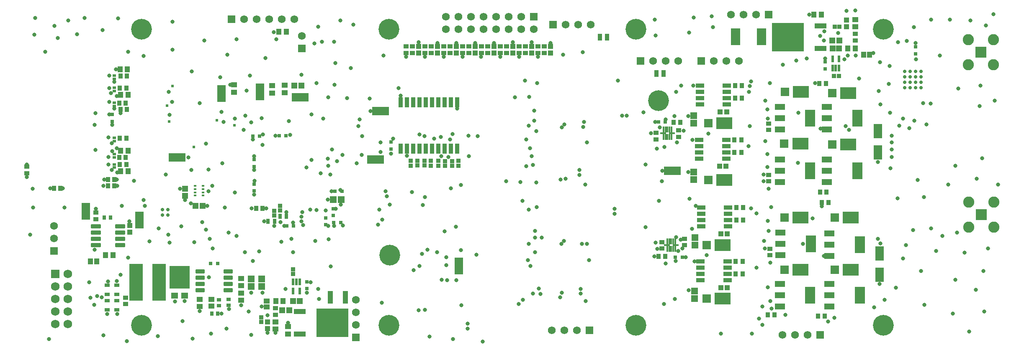
<source format=gbs>
G04*
G04 #@! TF.GenerationSoftware,Altium Limited,Altium Designer,21.2.2 (38)*
G04*
G04 Layer_Color=16711935*
%FSLAX25Y25*%
%MOIN*%
G70*
G04*
G04 #@! TF.SameCoordinates,5E26766D-3DBA-4CA4-B54A-4570E1BC07D3*
G04*
G04*
G04 #@! TF.FilePolarity,Negative*
G04*
G01*
G75*
%ADD19R,0.07008X0.13504*%
%ADD20R,0.04540X0.03950*%
%ADD21R,0.04540X0.04934*%
%ADD23R,0.13504X0.07008*%
%ADD24R,0.03359X0.03556*%
%ADD25R,0.03556X0.03359*%
%ADD28R,0.04147X0.03753*%
%ADD30R,0.03753X0.04147*%
%ADD32R,0.02756X0.02756*%
%ADD33R,0.08280X0.04540*%
%ADD34R,0.08280X0.13595*%
%ADD36R,0.03162X0.03950*%
%ADD37R,0.03950X0.04540*%
%ADD42R,0.02756X0.02559*%
%ADD46R,0.06804X0.03359*%
%ADD47R,0.13005X0.09461*%
%ADD48R,0.07099X0.11824*%
%ADD49R,0.06706X0.06784*%
%ADD50R,0.05733X0.05426*%
%ADD51R,0.04343X0.04147*%
%ADD52R,0.04934X0.04343*%
%ADD53R,0.02375X0.05524*%
%ADD54R,0.09658X0.04343*%
%ADD55R,0.05131X0.05131*%
%ADD56R,0.03950X0.04737*%
%ADD57R,0.03556X0.04343*%
%ADD58R,0.01587X0.04540*%
%ADD59R,0.25603X0.22650*%
%ADD60R,0.07808X0.13202*%
%ADD61R,0.04147X0.04343*%
%ADD62R,0.04540X0.01587*%
%ADD64R,0.03740X0.05315*%
%ADD65R,0.03543X0.02953*%
%ADD72R,0.02953X0.03543*%
%ADD82R,0.02756X0.02756*%
%ADD85R,0.04934X0.04540*%
%ADD91R,0.06194X0.06194*%
%ADD92C,0.06194*%
%ADD93C,0.06902*%
%ADD94R,0.06902X0.06902*%
%ADD95C,0.08871*%
%ADD96R,0.08871X0.08871*%
%ADD97C,0.16548*%
%ADD98R,0.06194X0.06194*%
%ADD99C,0.03162*%
%ADD100C,0.02375*%
%ADD101C,0.02769*%
%ADD180R,0.16339X0.18307*%
%ADD181R,0.01968X0.01378*%
%ADD185R,0.03937X0.09843*%
%ADD187R,0.05709X0.04528*%
%ADD188R,0.04134X0.03150*%
%ADD189R,0.05426X0.05733*%
%ADD190R,0.04147X0.03556*%
G04:AMPARAMS|DCode=191|XSize=33.59mil|YSize=72.96mil|CornerRadius=5.92mil|HoleSize=0mil|Usage=FLASHONLY|Rotation=90.000|XOffset=0mil|YOffset=0mil|HoleType=Round|Shape=RoundedRectangle|*
%AMROUNDEDRECTD191*
21,1,0.03359,0.06112,0,0,90.0*
21,1,0.02175,0.07296,0,0,90.0*
1,1,0.01184,0.03056,0.01088*
1,1,0.01184,0.03056,-0.01088*
1,1,0.01184,-0.03056,-0.01088*
1,1,0.01184,-0.03056,0.01088*
%
%ADD191ROUNDEDRECTD191*%
%ADD192R,0.04343X0.04934*%
G04:AMPARAMS|DCode=193|XSize=82.8mil|YSize=31.62mil|CornerRadius=6.95mil|HoleSize=0mil|Usage=FLASHONLY|Rotation=180.000|XOffset=0mil|YOffset=0mil|HoleType=Round|Shape=RoundedRectangle|*
%AMROUNDEDRECTD193*
21,1,0.08280,0.01772,0,0,180.0*
21,1,0.06890,0.03162,0,0,180.0*
1,1,0.01391,-0.03445,0.00886*
1,1,0.01391,0.03445,0.00886*
1,1,0.01391,0.03445,-0.00886*
1,1,0.01391,-0.03445,-0.00886*
%
%ADD193ROUNDEDRECTD193*%
%ADD194R,0.11000X0.29500*%
%ADD195R,0.03556X0.08477*%
%ADD196R,0.04737X0.03950*%
%ADD197R,0.04737X0.05131*%
%ADD198R,0.03162X0.02178*%
D19*
X351500Y67000D02*
D03*
X54500Y110500D02*
D03*
X97000Y103500D02*
D03*
X193000Y206000D02*
D03*
X162500Y204500D02*
D03*
D20*
X198500Y34079D02*
D03*
Y39000D02*
D03*
X154500Y34843D02*
D03*
Y40157D02*
D03*
D21*
X216500Y31500D02*
D03*
X210791D02*
D03*
X648646Y247000D02*
D03*
X654354D02*
D03*
X147354Y115000D02*
D03*
X141646D02*
D03*
D23*
X285000Y152000D02*
D03*
X225000Y201500D02*
D03*
X127000Y153500D02*
D03*
X521500Y143000D02*
D03*
X289000Y190500D02*
D03*
D24*
X209000Y114870D02*
D03*
X204500Y110870D02*
D03*
X351000Y147000D02*
D03*
X346000Y146760D02*
D03*
X340500D02*
D03*
X335000Y147000D02*
D03*
X329000D02*
D03*
X313000D02*
D03*
Y150740D02*
D03*
X318500Y150870D02*
D03*
X324000D02*
D03*
X329000Y150740D02*
D03*
X335000D02*
D03*
X340500Y150500D02*
D03*
X346000D02*
D03*
X351000Y150740D02*
D03*
X204500Y107130D02*
D03*
X209000Y111130D02*
D03*
X324000Y147130D02*
D03*
X318500D02*
D03*
X194000Y25870D02*
D03*
X219500Y64370D02*
D03*
X194000Y22130D02*
D03*
X219500Y60630D02*
D03*
D25*
X650130Y218500D02*
D03*
X654370Y258000D02*
D03*
X650630D02*
D03*
X653870Y218500D02*
D03*
D28*
X414500Y242059D02*
D03*
X419500Y242059D02*
D03*
X399500Y242059D02*
D03*
X404500Y242059D02*
D03*
X384500Y242059D02*
D03*
X389500Y242059D02*
D03*
X369500Y242059D02*
D03*
X374500Y242059D02*
D03*
X354500Y242059D02*
D03*
X359500Y242059D02*
D03*
X339500Y242059D02*
D03*
X344500Y242059D02*
D03*
X324500Y242059D02*
D03*
X329500Y242059D02*
D03*
X309500Y242059D02*
D03*
X314500Y242059D02*
D03*
X374500Y236941D02*
D03*
X389500D02*
D03*
X404500D02*
D03*
X419500D02*
D03*
X314500D02*
D03*
X329500D02*
D03*
X344500D02*
D03*
X359500D02*
D03*
X667000Y247000D02*
D03*
Y252118D02*
D03*
X598000Y134441D02*
D03*
X599000Y75441D02*
D03*
X598000Y175441D02*
D03*
X508500Y173059D02*
D03*
X531000Y83394D02*
D03*
X526500Y169941D02*
D03*
X513000Y86012D02*
D03*
X62500Y104382D02*
D03*
X205500Y33059D02*
D03*
X598000Y180559D02*
D03*
Y139559D02*
D03*
X599000Y80559D02*
D03*
X205500Y27941D02*
D03*
X7500Y146059D02*
D03*
X531000Y88512D02*
D03*
X513000Y80894D02*
D03*
X62500Y109500D02*
D03*
X414500Y236941D02*
D03*
X399500D02*
D03*
X384500D02*
D03*
X369500D02*
D03*
X354500D02*
D03*
X339500D02*
D03*
X324500D02*
D03*
X309500D02*
D03*
X508500Y167941D02*
D03*
X526500Y175059D02*
D03*
X7500Y140941D02*
D03*
D30*
X602559Y28000D02*
D03*
X644000Y126000D02*
D03*
X640441Y117500D02*
D03*
X638441Y212500D02*
D03*
X642559Y27000D02*
D03*
X522500Y181500D02*
D03*
X515559Y74500D02*
D03*
X638882Y126000D02*
D03*
X645559Y117500D02*
D03*
X643559Y212500D02*
D03*
X597441Y28000D02*
D03*
X86559Y209000D02*
D03*
X87059Y218500D02*
D03*
X86559Y148000D02*
D03*
X86059Y153500D02*
D03*
Y197000D02*
D03*
X87059Y192000D02*
D03*
X86559Y169000D02*
D03*
X189941Y113000D02*
D03*
X77059Y131000D02*
D03*
Y136000D02*
D03*
X34059Y129000D02*
D03*
X637441Y27000D02*
D03*
X81441Y209000D02*
D03*
X81941Y218500D02*
D03*
X81441Y148000D02*
D03*
X80941Y153500D02*
D03*
Y197000D02*
D03*
X81441Y169000D02*
D03*
X510441Y74500D02*
D03*
X195059Y113000D02*
D03*
X81941Y192000D02*
D03*
X527618Y181500D02*
D03*
X71941Y131000D02*
D03*
Y136000D02*
D03*
X28941Y129000D02*
D03*
D32*
X159256Y69000D02*
D03*
X153744D02*
D03*
X251744Y101500D02*
D03*
X192756Y170500D02*
D03*
X529256Y73953D02*
D03*
X523744D02*
D03*
X208244Y171000D02*
D03*
X213756D02*
D03*
X214244Y99000D02*
D03*
X219756D02*
D03*
X252744Y126500D02*
D03*
X258256D02*
D03*
X187244Y170500D02*
D03*
X515756Y182000D02*
D03*
X510244D02*
D03*
X257256Y101500D02*
D03*
D33*
X646492Y52555D02*
D03*
Y34445D02*
D03*
Y43500D02*
D03*
Y84000D02*
D03*
X606992Y133945D02*
D03*
X607492Y75445D02*
D03*
X606992Y175945D02*
D03*
Y34445D02*
D03*
X644492Y133945D02*
D03*
X646492Y74945D02*
D03*
X644492Y175945D02*
D03*
Y152055D02*
D03*
X606992Y143000D02*
D03*
X646492Y93055D02*
D03*
X607492Y84500D02*
D03*
X644492Y194055D02*
D03*
X606992Y185000D02*
D03*
Y194055D02*
D03*
Y152055D02*
D03*
X607492Y93555D02*
D03*
X606992Y52555D02*
D03*
Y43500D02*
D03*
X644492Y185000D02*
D03*
Y143000D02*
D03*
D34*
X670508Y43500D02*
D03*
Y84000D02*
D03*
X631008Y143000D02*
D03*
X631508Y84500D02*
D03*
X631008Y185000D02*
D03*
Y43500D02*
D03*
X668508Y185000D02*
D03*
Y143000D02*
D03*
D36*
X204559Y102500D02*
D03*
X208941Y106500D02*
D03*
X214059D02*
D03*
X199441Y102500D02*
D03*
D37*
X678461Y235500D02*
D03*
X673539D02*
D03*
X57842Y70500D02*
D03*
X63157D02*
D03*
D42*
X251500Y107343D02*
D03*
Y112657D02*
D03*
D46*
X543823Y55500D02*
D03*
X544323Y98500D02*
D03*
X542823Y162500D02*
D03*
Y157500D02*
D03*
X544323Y108500D02*
D03*
Y103500D02*
D03*
X543323Y206000D02*
D03*
Y201000D02*
D03*
X543823Y65500D02*
D03*
Y60500D02*
D03*
X564677Y201000D02*
D03*
Y211000D02*
D03*
X565177Y60500D02*
D03*
Y70500D02*
D03*
X564177Y157500D02*
D03*
Y167500D02*
D03*
X565677Y103500D02*
D03*
Y113500D02*
D03*
X564677Y196000D02*
D03*
X565177Y55500D02*
D03*
X564177Y152500D02*
D03*
X565677Y98500D02*
D03*
X564177Y162500D02*
D03*
X565677Y108500D02*
D03*
X564677Y206000D02*
D03*
X565177Y65500D02*
D03*
X543323Y196000D02*
D03*
X542823Y152500D02*
D03*
X544323Y113500D02*
D03*
X543823Y70500D02*
D03*
X542823Y167500D02*
D03*
X543323Y211000D02*
D03*
D47*
X623264Y105500D02*
D03*
X561264Y41000D02*
D03*
X623764Y206000D02*
D03*
X663264Y105500D02*
D03*
Y64000D02*
D03*
X562764Y181000D02*
D03*
Y135500D02*
D03*
X561264Y83500D02*
D03*
X623177Y164500D02*
D03*
X623500Y64000D02*
D03*
X661264Y205000D02*
D03*
X661500Y164000D02*
D03*
D48*
X686500Y76965D02*
D03*
X685000Y174465D02*
D03*
X686500Y60035D02*
D03*
X685000Y157535D02*
D03*
D49*
X610587Y105500D02*
D03*
X548587Y41000D02*
D03*
X611087Y206000D02*
D03*
X548587Y83500D02*
D03*
X648823Y164000D02*
D03*
X650587Y105500D02*
D03*
X648587Y205000D02*
D03*
X610500Y164500D02*
D03*
X610823Y64000D02*
D03*
X650587D02*
D03*
X550087Y181000D02*
D03*
Y135500D02*
D03*
D50*
X539000Y40992D02*
D03*
X539500Y83492D02*
D03*
X194500Y56508D02*
D03*
X186000D02*
D03*
X538500Y180992D02*
D03*
Y135992D02*
D03*
X186000Y50492D02*
D03*
X194500D02*
D03*
X539500Y89508D02*
D03*
X539000Y47008D02*
D03*
X538500Y142008D02*
D03*
Y187008D02*
D03*
D51*
X379500Y236941D02*
D03*
X394500D02*
D03*
X409500D02*
D03*
X424500D02*
D03*
X319500D02*
D03*
X334500D02*
D03*
X349500D02*
D03*
X364500D02*
D03*
X660000Y257941D02*
D03*
X89500Y93941D02*
D03*
X199000Y22059D02*
D03*
X424500Y242059D02*
D03*
X89500Y99059D02*
D03*
X409500Y242059D02*
D03*
X394500D02*
D03*
X379500D02*
D03*
X364500D02*
D03*
X349500D02*
D03*
X334500D02*
D03*
X319500D02*
D03*
X660000Y263059D02*
D03*
X199000Y16941D02*
D03*
D52*
X145000Y40354D02*
D03*
X178000Y45354D02*
D03*
Y51146D02*
D03*
X667000Y258000D02*
D03*
X178000Y56854D02*
D03*
X205500Y22209D02*
D03*
X667000Y263709D02*
D03*
X178000Y39646D02*
D03*
X145000Y34646D02*
D03*
X205500Y16500D02*
D03*
D53*
X219441Y46760D02*
D03*
X648941Y232240D02*
D03*
X654059D02*
D03*
Y224760D02*
D03*
X224559Y46760D02*
D03*
X219441Y54240D02*
D03*
X651500Y224760D02*
D03*
X648941D02*
D03*
X222000Y54240D02*
D03*
X224559D02*
D03*
D54*
X639429Y240524D02*
D03*
Y258476D02*
D03*
X224571Y12524D02*
D03*
Y30476D02*
D03*
D55*
X648941Y240500D02*
D03*
X654059D02*
D03*
X219500Y39000D02*
D03*
X224618D02*
D03*
D56*
X208095Y254000D02*
D03*
X214000D02*
D03*
X666953Y240500D02*
D03*
X211500Y39000D02*
D03*
X661047Y240500D02*
D03*
X640000Y267500D02*
D03*
X205594Y39000D02*
D03*
X634094Y267500D02*
D03*
D57*
X576756Y211000D02*
D03*
X577256Y70500D02*
D03*
X576256Y167500D02*
D03*
X577756Y113500D02*
D03*
X576256Y157500D02*
D03*
X577756Y103500D02*
D03*
X576756Y201000D02*
D03*
X577278Y60575D02*
D03*
X571244Y201000D02*
D03*
Y211000D02*
D03*
X571766Y60575D02*
D03*
X571744Y70500D02*
D03*
X570744Y157500D02*
D03*
Y167500D02*
D03*
X572244Y103500D02*
D03*
Y113500D02*
D03*
D58*
X520650Y175953D02*
D03*
X517307Y80547D02*
D03*
X519075Y170047D02*
D03*
X518882Y86453D02*
D03*
X519075Y175953D02*
D03*
X518882Y80547D02*
D03*
X520650Y170047D02*
D03*
X517307Y86453D02*
D03*
X520457D02*
D03*
X522031D02*
D03*
X523606D02*
D03*
Y80547D02*
D03*
X522031D02*
D03*
X520457D02*
D03*
X517500Y170047D02*
D03*
X515925D02*
D03*
X514350D02*
D03*
Y175953D02*
D03*
X515925D02*
D03*
X517500D02*
D03*
D59*
X613445Y249500D02*
D03*
X250555Y21500D02*
D03*
D60*
X592295Y250000D02*
D03*
X571705D02*
D03*
D61*
X564559Y190000D02*
D03*
X565059Y49500D02*
D03*
X564000Y146500D02*
D03*
X565059Y92500D02*
D03*
X558882Y146500D02*
D03*
X559941Y92500D02*
D03*
X559441Y190000D02*
D03*
X559941Y49500D02*
D03*
D62*
X513957Y173000D02*
D03*
X524000Y83500D02*
D03*
X516913D02*
D03*
X521043Y173000D02*
D03*
D64*
X463594Y249500D02*
D03*
X469500D02*
D03*
X514453Y220500D02*
D03*
X508547D02*
D03*
D65*
X168000Y40362D02*
D03*
X160500Y39862D02*
D03*
X168000Y35638D02*
D03*
X160500Y35138D02*
D03*
D72*
X154638Y29000D02*
D03*
X69138Y105500D02*
D03*
X73862D02*
D03*
X159362Y29000D02*
D03*
D82*
X245500Y105256D02*
D03*
Y99744D02*
D03*
X715000Y241756D02*
D03*
Y236244D02*
D03*
X297500Y160244D02*
D03*
Y165756D02*
D03*
X188500Y151756D02*
D03*
Y146244D02*
D03*
Y132256D02*
D03*
Y126744D02*
D03*
X643000Y229756D02*
D03*
Y224244D02*
D03*
X230500Y48744D02*
D03*
Y54256D02*
D03*
X75500Y182244D02*
D03*
Y187756D02*
D03*
D85*
X133500Y123000D02*
D03*
Y128709D02*
D03*
D91*
X170500Y264000D02*
D03*
X411000Y266000D02*
D03*
X426500Y259500D02*
D03*
X496000Y230500D02*
D03*
X455500Y15500D02*
D03*
X639000Y12000D02*
D03*
X598000Y267500D02*
D03*
X544500Y230500D02*
D03*
D92*
X180500Y264000D02*
D03*
X190500D02*
D03*
X200500D02*
D03*
X210500D02*
D03*
X220500D02*
D03*
X401000Y266000D02*
D03*
X391000D02*
D03*
X381000D02*
D03*
X371000D02*
D03*
X361000D02*
D03*
X351000D02*
D03*
X341000D02*
D03*
Y256000D02*
D03*
X351000D02*
D03*
X361000D02*
D03*
X371000D02*
D03*
X381000D02*
D03*
X391000D02*
D03*
X401000D02*
D03*
X411000D02*
D03*
X226500Y250500D02*
D03*
X29000Y89000D02*
D03*
Y99000D02*
D03*
X574500Y230500D02*
D03*
X564500D02*
D03*
X578000Y267500D02*
D03*
X568000D02*
D03*
X456500Y259500D02*
D03*
X446500D02*
D03*
X526000Y230500D02*
D03*
X516000D02*
D03*
X435500Y15500D02*
D03*
X425500D02*
D03*
X619000Y12000D02*
D03*
X609000D02*
D03*
X436500Y259500D02*
D03*
X506000Y230500D02*
D03*
X445500Y15500D02*
D03*
X629000Y12000D02*
D03*
X269500Y30000D02*
D03*
Y40000D02*
D03*
X588000Y267500D02*
D03*
X269500Y20000D02*
D03*
X554500Y230500D02*
D03*
D93*
X40044Y20634D02*
D03*
Y30634D02*
D03*
Y40634D02*
D03*
Y50634D02*
D03*
Y60634D02*
D03*
X30044Y20634D02*
D03*
Y30634D02*
D03*
Y40634D02*
D03*
Y50634D02*
D03*
D94*
Y60634D02*
D03*
D95*
X777500Y118000D02*
D03*
Y98000D02*
D03*
X757500D02*
D03*
Y118000D02*
D03*
X777000Y247500D02*
D03*
Y227500D02*
D03*
X757000D02*
D03*
Y247500D02*
D03*
D96*
X767500Y108000D02*
D03*
X767000Y237500D02*
D03*
D97*
X296500Y75500D02*
D03*
X510500Y199000D02*
D03*
X492425Y255815D02*
D03*
Y19594D02*
D03*
X689276D02*
D03*
Y255815D02*
D03*
X295575Y19594D02*
D03*
X98724D02*
D03*
X295575Y255815D02*
D03*
X98724D02*
D03*
D98*
X226500Y240500D02*
D03*
X29000Y79000D02*
D03*
X269500Y10000D02*
D03*
D99*
X173000Y125500D02*
D03*
X204000Y253500D02*
D03*
X687000Y85000D02*
D03*
X659500Y178500D02*
D03*
X475500Y108500D02*
D03*
X451000Y182000D02*
D03*
X448500Y45000D02*
D03*
X447500Y139500D02*
D03*
X436500Y136500D02*
D03*
X432000Y42000D02*
D03*
X407000Y84500D02*
D03*
Y179000D02*
D03*
X138676Y222244D02*
D03*
X148676Y246744D02*
D03*
X161500Y217500D02*
D03*
X552701Y266179D02*
D03*
X553822Y257614D02*
D03*
X534691Y253172D02*
D03*
X538191Y265172D02*
D03*
X681500Y237000D02*
D03*
X194500Y34500D02*
D03*
X324500Y32000D02*
D03*
X514750Y36500D02*
D03*
X139500Y9000D02*
D03*
X667000Y271000D02*
D03*
X660000Y270500D02*
D03*
X662000Y175500D02*
D03*
X433500Y45500D02*
D03*
X485000Y187000D02*
D03*
X435500Y180000D02*
D03*
X475500Y112500D02*
D03*
X435000Y87000D02*
D03*
X449500Y84500D02*
D03*
X450500Y178000D02*
D03*
X625500Y84500D02*
D03*
X633000Y105000D02*
D03*
X619000Y64500D02*
D03*
X593000Y20000D02*
D03*
Y34500D02*
D03*
X599500Y39000D02*
D03*
X597500Y50000D02*
D03*
X599500Y69500D02*
D03*
X594500Y87000D02*
D03*
X598000Y95000D02*
D03*
X597500Y103000D02*
D03*
X600000Y114000D02*
D03*
X598000Y128500D02*
D03*
X597000Y146000D02*
D03*
X595500Y166500D02*
D03*
X597077Y156072D02*
D03*
X599000Y213000D02*
D03*
X595500Y199000D02*
D03*
X597000Y192000D02*
D03*
X406500Y71500D02*
D03*
X407000Y112000D02*
D03*
X407500Y202000D02*
D03*
X413000Y174500D02*
D03*
X411500Y183000D02*
D03*
Y191000D02*
D03*
X405000Y168000D02*
D03*
X413000Y133500D02*
D03*
X405000Y146500D02*
D03*
X410500Y147500D02*
D03*
X409500Y154500D02*
D03*
X410500Y45000D02*
D03*
X412000Y78000D02*
D03*
X597500Y184500D02*
D03*
X595000Y81000D02*
D03*
X594000Y140000D02*
D03*
Y134500D02*
D03*
X408000Y161000D02*
D03*
X404000Y215000D02*
D03*
X408500Y67000D02*
D03*
X402000Y119000D02*
D03*
X417500Y89500D02*
D03*
X416500Y44500D02*
D03*
X415000Y49000D02*
D03*
X412000Y89500D02*
D03*
Y95000D02*
D03*
X642000Y247000D02*
D03*
X661000Y235000D02*
D03*
X620000Y231000D02*
D03*
X249500Y66500D02*
D03*
X253500Y112500D02*
D03*
X101500Y115000D02*
D03*
X748000Y93500D02*
D03*
X331539Y168660D02*
D03*
X353000Y131500D02*
D03*
X67000Y42000D02*
D03*
X63500Y43000D02*
D03*
X112500Y97000D02*
D03*
X147000Y102000D02*
D03*
X195500Y172000D02*
D03*
X216122Y182622D02*
D03*
X217000Y171500D02*
D03*
X270000Y149000D02*
D03*
X252000Y99000D02*
D03*
X247500D02*
D03*
X247593Y88093D02*
D03*
X238000Y111500D02*
D03*
X239500Y48500D02*
D03*
X61000Y36000D02*
D03*
X57000Y54000D02*
D03*
X58000Y41500D02*
D03*
X140600Y85818D02*
D03*
X187500Y71000D02*
D03*
X210147Y86147D02*
D03*
X154905Y130839D02*
D03*
X322542Y115463D02*
D03*
X340042Y94463D02*
D03*
X723542Y179963D02*
D03*
X713542Y257463D02*
D03*
X771042Y258963D02*
D03*
X777042Y267963D02*
D03*
X758542Y262963D02*
D03*
X766042Y194463D02*
D03*
X778042Y198963D02*
D03*
X766542Y210963D02*
D03*
X768042Y152963D02*
D03*
X780542Y131963D02*
D03*
X763542Y136463D02*
D03*
X746710Y146893D02*
D03*
X741042Y131963D02*
D03*
X716542Y135463D02*
D03*
X721542Y121963D02*
D03*
X700542Y120963D02*
D03*
X772542Y80963D02*
D03*
X754042Y77463D02*
D03*
X769042Y62963D02*
D03*
X757542Y14463D02*
D03*
X769542Y30463D02*
D03*
X763042Y47963D02*
D03*
X746542Y55963D02*
D03*
X744542Y28963D02*
D03*
X584542Y12963D02*
D03*
X500042Y147963D02*
D03*
X510542Y118963D02*
D03*
X346542Y8463D02*
D03*
X240000Y40500D02*
D03*
X154042Y12963D02*
D03*
X111542Y10963D02*
D03*
X88042Y73463D02*
D03*
X105042Y86463D02*
D03*
X185000Y219000D02*
D03*
X80042Y264463D02*
D03*
X32000Y249000D02*
D03*
X40500Y263000D02*
D03*
X508000Y251000D02*
D03*
X507500Y263500D02*
D03*
X434500Y235500D02*
D03*
X560000Y13000D02*
D03*
X535000Y120500D02*
D03*
X370500Y6500D02*
D03*
X328000Y10500D02*
D03*
X290000Y37500D02*
D03*
X303500Y209000D02*
D03*
X291500Y235000D02*
D03*
X197500Y233000D02*
D03*
X182500Y207000D02*
D03*
X181000Y78000D02*
D03*
X184000Y30500D02*
D03*
X186000Y12000D02*
D03*
X166500Y17000D02*
D03*
X25000Y8500D02*
D03*
X87000Y7000D02*
D03*
X68500Y11500D02*
D03*
X121000Y85500D02*
D03*
X82000Y60000D02*
D03*
X10000Y92000D02*
D03*
X83000Y115000D02*
D03*
X37500Y113500D02*
D03*
X12500D02*
D03*
X162500Y190000D02*
D03*
X145000Y197000D02*
D03*
X123500Y239500D02*
D03*
Y262000D02*
D03*
X53500Y265000D02*
D03*
X13500Y251500D02*
D03*
X29500Y258500D02*
D03*
X14000Y265000D02*
D03*
X67665Y255096D02*
D03*
X47386Y251774D02*
D03*
X320000Y172000D02*
D03*
X337000Y170000D02*
D03*
X516000Y184000D02*
D03*
X509000Y160500D02*
D03*
X658500Y232000D02*
D03*
X524000Y71000D02*
D03*
X274500Y170500D02*
D03*
X131500Y23000D02*
D03*
X257500Y116000D02*
D03*
X257000Y127500D02*
D03*
X516000Y69000D02*
D03*
X507000Y74500D02*
D03*
X526000Y79000D02*
D03*
X258510Y155510D02*
D03*
X274000Y155500D02*
D03*
X186000Y181500D02*
D03*
X181500Y187000D02*
D03*
X218000Y88500D02*
D03*
X650500Y25500D02*
D03*
X590500Y25000D02*
D03*
X645500Y22500D02*
D03*
X611500Y28000D02*
D03*
X630000Y40000D02*
D03*
X642500Y254343D02*
D03*
X653500Y253000D02*
D03*
X583000Y178500D02*
D03*
Y210500D02*
D03*
X289000Y158000D02*
D03*
X243500Y184500D02*
D03*
X687000Y196000D02*
D03*
X721000Y197000D02*
D03*
X694500Y226500D02*
D03*
X530362Y175000D02*
D03*
X690500Y40000D02*
D03*
X528000Y88000D02*
D03*
X509500Y80500D02*
D03*
X234000Y188000D02*
D03*
X226000Y219500D02*
D03*
X267500Y259500D02*
D03*
X342989Y154034D02*
D03*
X334000Y78000D02*
D03*
X342000Y55500D02*
D03*
X320000Y67000D02*
D03*
X250000Y126500D02*
D03*
X247000Y120000D02*
D03*
X642873Y232486D02*
D03*
X667500Y235000D02*
D03*
X685646Y206528D02*
D03*
X693528Y212077D02*
D03*
X727000Y196500D02*
D03*
X736500Y91000D02*
D03*
X731500Y79000D02*
D03*
X727500Y97000D02*
D03*
X537000Y96500D02*
D03*
X524500Y90000D02*
D03*
X513000Y134500D02*
D03*
X513500Y143000D02*
D03*
X515035Y161945D02*
D03*
X511500Y177500D02*
D03*
X507764Y181736D02*
D03*
X498500Y189500D02*
D03*
X346500Y172227D02*
D03*
X350000Y192500D02*
D03*
X305000Y203000D02*
D03*
X280500Y200500D02*
D03*
X281000Y190500D02*
D03*
X310000Y155000D02*
D03*
X299000Y168500D02*
D03*
X324000Y170500D02*
D03*
X337500Y154480D02*
D03*
X359500Y154500D02*
D03*
X337552Y56005D02*
D03*
X259015Y99140D02*
D03*
X245500Y111114D02*
D03*
X152500Y58000D02*
D03*
X138000Y116976D02*
D03*
X75000Y143500D02*
D03*
X75500Y158500D02*
D03*
X75000Y165000D02*
D03*
X73000Y188000D02*
D03*
X77000Y192500D02*
D03*
X74500Y205000D02*
D03*
X77000Y214000D02*
D03*
X118000Y140000D02*
D03*
X136000Y153500D02*
D03*
X129500Y128500D02*
D03*
X133500Y119500D02*
D03*
X151000Y115000D02*
D03*
X164000Y182000D02*
D03*
X219500Y101500D02*
D03*
X213500Y48500D02*
D03*
X319500Y31500D02*
D03*
X252500Y211500D02*
D03*
X230000Y145500D02*
D03*
X247000Y152500D02*
D03*
X186500Y113000D02*
D03*
X155500Y81000D02*
D03*
X150000Y164500D02*
D03*
X195000Y163500D02*
D03*
X121000Y187500D02*
D03*
X247500Y147000D02*
D03*
X209500Y102000D02*
D03*
X152000Y144000D02*
D03*
X227401Y99500D02*
D03*
X249000Y140000D02*
D03*
X241500Y141000D02*
D03*
X150000Y96000D02*
D03*
X234000Y151500D02*
D03*
X120500Y206000D02*
D03*
X180000Y175500D02*
D03*
X226008Y106252D02*
D03*
X173000Y184500D02*
D03*
X123000Y198000D02*
D03*
X153000Y88500D02*
D03*
X237000Y87000D02*
D03*
X204500Y99000D02*
D03*
X250500Y160000D02*
D03*
X226539Y109756D02*
D03*
X254500Y150500D02*
D03*
X194500Y185000D02*
D03*
X233080Y112000D02*
D03*
X225902Y102710D02*
D03*
X694766Y189266D02*
D03*
X702000Y179000D02*
D03*
X345000Y129000D02*
D03*
X315500Y63500D02*
D03*
X294000Y122500D02*
D03*
X293000Y126500D02*
D03*
X296500Y116000D02*
D03*
X314000Y126000D02*
D03*
X528500Y211000D02*
D03*
X609500Y227500D02*
D03*
X584000Y214319D02*
D03*
X396000Y201500D02*
D03*
X450000Y237500D02*
D03*
X639000Y250500D02*
D03*
X478000Y215000D02*
D03*
X212500Y99000D02*
D03*
X214000Y110000D02*
D03*
X630500Y267500D02*
D03*
X628500Y232500D02*
D03*
X100500Y119500D02*
D03*
X130500Y98500D02*
D03*
X120000Y92000D02*
D03*
X196500Y102500D02*
D03*
X152000Y126500D02*
D03*
X349125Y98375D02*
D03*
X707500Y83500D02*
D03*
X713000Y95500D02*
D03*
X719500Y63000D02*
D03*
X682000Y34000D02*
D03*
X252000Y246000D02*
D03*
X257000Y263000D02*
D03*
X253000Y229000D02*
D03*
X239252Y258000D02*
D03*
X236252Y244500D02*
D03*
X242252Y246000D02*
D03*
X686744Y229500D02*
D03*
X705000Y73000D02*
D03*
X699500Y49500D02*
D03*
X358500Y21000D02*
D03*
Y17000D02*
D03*
X523500Y40500D02*
D03*
X36000Y129000D02*
D03*
X7500Y148000D02*
D03*
X79000Y136000D02*
D03*
X79500Y131000D02*
D03*
X271500Y178500D02*
D03*
X272500Y184000D02*
D03*
X635000Y213000D02*
D03*
X639500Y176500D02*
D03*
X582500Y206000D02*
D03*
X548587Y75413D02*
D03*
X685000Y88500D02*
D03*
X670000Y216500D02*
D03*
X365500Y75858D02*
D03*
X550000Y172500D02*
D03*
X524500Y206000D02*
D03*
X621310Y149079D02*
D03*
X621809Y189079D02*
D03*
X366500Y170500D02*
D03*
X481500Y187000D02*
D03*
X453309Y84579D02*
D03*
X448310Y48579D02*
D03*
X447309Y143579D02*
D03*
X710000Y177000D02*
D03*
X714000Y183000D02*
D03*
X696000Y171000D02*
D03*
X265475Y224975D02*
D03*
X696000Y160000D02*
D03*
X247500Y201500D02*
D03*
X163000Y149000D02*
D03*
X695000Y145000D02*
D03*
X413557Y213057D02*
D03*
X400500Y134000D02*
D03*
X413500Y114000D02*
D03*
X399000Y36500D02*
D03*
X600500Y33000D02*
D03*
X584000Y113000D02*
D03*
X452000Y132000D02*
D03*
X453500Y165500D02*
D03*
X455000Y71500D02*
D03*
X452500Y39000D02*
D03*
X642000Y75000D02*
D03*
X640500Y114500D02*
D03*
X523000Y186500D02*
D03*
X326500Y80000D02*
D03*
X287000Y100000D02*
D03*
X192500Y78500D02*
D03*
X199000Y27500D02*
D03*
X696000Y165500D02*
D03*
X705000Y184500D02*
D03*
X289000Y165500D02*
D03*
X344500Y168000D02*
D03*
X504500Y173000D02*
D03*
X341500Y67500D02*
D03*
X288000Y112000D02*
D03*
X529500Y81000D02*
D03*
X324500Y122000D02*
D03*
X525000Y165500D02*
D03*
X290500Y104000D02*
D03*
X508000Y85500D02*
D03*
X138500Y143500D02*
D03*
X696000Y154000D02*
D03*
X262500Y201000D02*
D03*
X432500Y136000D02*
D03*
X389000Y134500D02*
D03*
X582133Y162476D02*
D03*
X402500Y40000D02*
D03*
X588500Y109000D02*
D03*
X433500Y177500D02*
D03*
X433000Y84500D02*
D03*
X588500Y65500D02*
D03*
X73000Y209000D02*
D03*
Y219000D02*
D03*
X72500Y148000D02*
D03*
Y154000D02*
D03*
X73000Y198000D02*
D03*
X72500Y169500D02*
D03*
X169352Y211453D02*
D03*
X195000Y45500D02*
D03*
X186000D02*
D03*
X178000Y35500D02*
D03*
X168500Y32500D02*
D03*
X162500Y29000D02*
D03*
X145000Y31000D02*
D03*
X133000Y39000D02*
D03*
X125500Y38500D02*
D03*
X79000Y55000D02*
D03*
X72000Y54500D02*
D03*
X79500Y28500D02*
D03*
X71500D02*
D03*
X686500Y52500D02*
D03*
X359000Y171000D02*
D03*
X685000Y150000D02*
D03*
X534000Y186500D02*
D03*
X538000Y211000D02*
D03*
X534000Y142000D02*
D03*
X537500Y167500D02*
D03*
X500000Y98000D02*
D03*
X353500Y35500D02*
D03*
X349500Y55500D02*
D03*
X353000Y79500D02*
D03*
X341500Y74000D02*
D03*
X322000Y76441D02*
D03*
X384251Y233749D02*
D03*
X369000Y234000D02*
D03*
X339500D02*
D03*
X319500Y245500D02*
D03*
X334500Y245000D02*
D03*
X349500D02*
D03*
X364500D02*
D03*
X379500D02*
D03*
X394500Y245500D02*
D03*
X409500D02*
D03*
X424500Y245000D02*
D03*
X534500Y47500D02*
D03*
X532000Y74000D02*
D03*
X539000Y70500D02*
D03*
X540000Y115000D02*
D03*
X167000Y235500D02*
D03*
X734500Y235000D02*
D03*
X722000Y36000D02*
D03*
X206000Y248000D02*
D03*
X174500D02*
D03*
X230500Y45500D02*
D03*
X742500Y263500D02*
D03*
X727500D02*
D03*
X715000Y245000D02*
D03*
X708000Y246500D02*
D03*
X701000Y245500D02*
D03*
X89000Y102500D02*
D03*
X61500Y80000D02*
D03*
X215500Y21500D02*
D03*
X205500Y13500D02*
D03*
X199000D02*
D03*
X219500Y78000D02*
D03*
X174500Y90744D02*
D03*
X198000Y113000D02*
D03*
X188528Y134941D02*
D03*
X188500Y154500D02*
D03*
X187500Y168000D02*
D03*
X205500Y171000D02*
D03*
X238000Y213000D02*
D03*
X92547Y134985D02*
D03*
X62000Y159500D02*
D03*
Y189000D02*
D03*
X100500Y234500D02*
D03*
X88000Y238000D02*
D03*
X12000Y128500D02*
D03*
X22000Y238000D02*
D03*
X749000Y208500D02*
D03*
X233500Y54000D02*
D03*
X62500Y112500D02*
D03*
X68500Y131000D02*
D03*
X69000Y136000D02*
D03*
X79500Y141500D02*
D03*
X79000Y161000D02*
D03*
X78500Y224000D02*
D03*
X79000Y202500D02*
D03*
X82000Y189000D02*
D03*
X75500Y179500D02*
D03*
X61500D02*
D03*
X26000Y129000D02*
D03*
X7500Y138000D02*
D03*
X168000Y93500D02*
D03*
X165000Y113500D02*
D03*
X188500Y124000D02*
D03*
Y143500D02*
D03*
X297500Y156500D02*
D03*
X309500Y234000D02*
D03*
X324500D02*
D03*
X354500D02*
D03*
X399500D02*
D03*
X414500D02*
D03*
X715500Y231874D02*
D03*
D100*
X172695Y179242D02*
D03*
X158695Y183242D02*
D03*
X123500Y210500D02*
D03*
X140500Y162000D02*
D03*
X118904Y195029D02*
D03*
X120571Y182259D02*
D03*
D101*
X119605Y111731D02*
D03*
Y107400D02*
D03*
X115274D02*
D03*
Y111731D02*
D03*
X706216Y222173D02*
D03*
X710547D02*
D03*
X714878D02*
D03*
X719209D02*
D03*
X706216Y217843D02*
D03*
X710547D02*
D03*
X714878D02*
D03*
X719209D02*
D03*
X706216Y213512D02*
D03*
X710547D02*
D03*
X714878D02*
D03*
X719209D02*
D03*
X706216Y209181D02*
D03*
X710547D02*
D03*
X714878D02*
D03*
X719209D02*
D03*
D180*
X129000Y57937D02*
D03*
D181*
X147650Y130839D02*
D03*
Y128279D02*
D03*
X141350Y123161D02*
D03*
Y125721D02*
D03*
Y128279D02*
D03*
Y130839D02*
D03*
X147650Y125721D02*
D03*
Y123161D02*
D03*
D185*
X249095Y42000D02*
D03*
X260906D02*
D03*
D187*
X125122Y43173D02*
D03*
X132878D02*
D03*
D188*
X71500Y39142D02*
D03*
Y31858D02*
D03*
Y44358D02*
D03*
Y51642D02*
D03*
X79000Y44358D02*
D03*
Y51642D02*
D03*
Y39142D02*
D03*
Y31858D02*
D03*
D189*
X251492Y120000D02*
D03*
X257508D02*
D03*
D190*
X86000Y36539D02*
D03*
Y41461D02*
D03*
D191*
X145378Y47500D02*
D03*
X167622Y52500D02*
D03*
Y47500D02*
D03*
X145378Y52500D02*
D03*
X167622Y62500D02*
D03*
X145378D02*
D03*
X167622Y57500D02*
D03*
X145378D02*
D03*
D192*
X70146Y75441D02*
D03*
X75854D02*
D03*
X87854Y203500D02*
D03*
X87354Y224000D02*
D03*
X87854Y142500D02*
D03*
Y159000D02*
D03*
X81646Y224000D02*
D03*
X82146Y142500D02*
D03*
Y159000D02*
D03*
Y203500D02*
D03*
D193*
X62267Y88563D02*
D03*
Y93563D02*
D03*
X81598Y83563D02*
D03*
X62267Y98563D02*
D03*
X81598Y93563D02*
D03*
X62267Y83563D02*
D03*
X81598Y88563D02*
D03*
Y98563D02*
D03*
D194*
X112750Y54000D02*
D03*
X94250D02*
D03*
D195*
X315000Y160398D02*
D03*
X320000D02*
D03*
X325000D02*
D03*
X330000D02*
D03*
X335000D02*
D03*
X340000D02*
D03*
X345000D02*
D03*
X350000D02*
D03*
X330000Y197602D02*
D03*
X335000D02*
D03*
X340000D02*
D03*
X345000D02*
D03*
X310000D02*
D03*
X315000D02*
D03*
X320000D02*
D03*
X325000D02*
D03*
X305000D02*
D03*
X350000D02*
D03*
X310000Y160398D02*
D03*
X305000D02*
D03*
D196*
X172500Y205547D02*
D03*
X202632Y204826D02*
D03*
X212632Y205327D02*
D03*
Y211232D02*
D03*
X202632Y210732D02*
D03*
X215500Y12500D02*
D03*
X172500Y211453D02*
D03*
X215500Y18406D02*
D03*
D197*
X220376Y210779D02*
D03*
X225888D02*
D03*
D198*
X77000Y209059D02*
D03*
Y218779D02*
D03*
Y148000D02*
D03*
Y153720D02*
D03*
Y197059D02*
D03*
Y169280D02*
D03*
Y145441D02*
D03*
Y156280D02*
D03*
Y166720D02*
D03*
Y194500D02*
D03*
Y206500D02*
D03*
Y216220D02*
D03*
M02*

</source>
